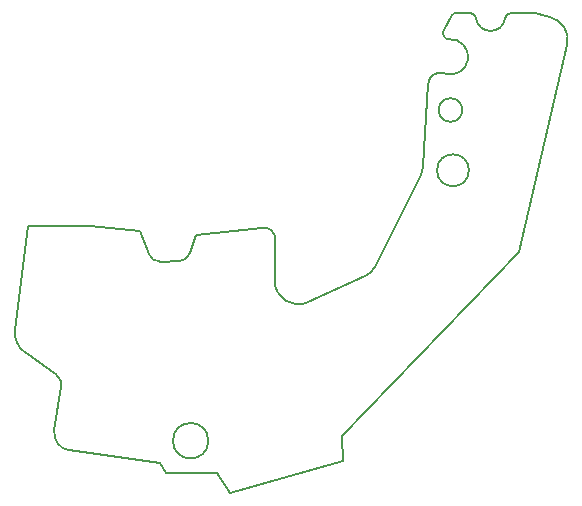
<source format=gbr>
%TF.GenerationSoftware,KiCad,Pcbnew,(7.0.0)*%
%TF.CreationDate,2023-05-27T10:45:59+01:00*%
%TF.ProjectId,left_connectors,6c656674-5f63-46f6-9e6e-6563746f7273,rev?*%
%TF.SameCoordinates,Original*%
%TF.FileFunction,Profile,NP*%
%FSLAX46Y46*%
G04 Gerber Fmt 4.6, Leading zero omitted, Abs format (unit mm)*
G04 Created by KiCad (PCBNEW (7.0.0)) date 2023-05-27 10:45:59*
%MOMM*%
%LPD*%
G01*
G04 APERTURE LIST*
%TA.AperFunction,Profile*%
%ADD10C,0.200000*%
%TD*%
G04 APERTURE END LIST*
D10*
X134819119Y-47989879D02*
G75*
G03*
X134323511Y-47555643I-495619J-65721D01*
G01*
X126358357Y-68927534D02*
X130163468Y-61254979D01*
X134226670Y-60875542D02*
G75*
G03*
X134226670Y-60875542I-1350000J0D01*
G01*
X112164032Y-83770794D02*
G75*
G03*
X112164032Y-83770794I-1500000J0D01*
G01*
X123538729Y-85480510D02*
X114009590Y-88179030D01*
X142552083Y-50291349D02*
G75*
G03*
X141089740Y-47898774I-1948183J452449D01*
G01*
X96929134Y-65571188D02*
X102105534Y-65571188D01*
X137793099Y-47555605D02*
G75*
G03*
X137297444Y-47989873I1J-499995D01*
G01*
X133664032Y-55770794D02*
G75*
G03*
X133664032Y-55770794I-1000000J0D01*
G01*
X99319381Y-78235136D02*
X96610758Y-76273556D01*
X120615349Y-72047399D02*
X125399097Y-69857436D01*
X114009590Y-88179030D02*
X112880294Y-86521048D01*
X108602857Y-86521048D02*
X108048429Y-85650230D01*
X107103803Y-67937392D02*
G75*
G03*
X108054113Y-68600417I941497J336892D01*
G01*
X108054113Y-68600418D02*
X109647911Y-68586402D01*
X99127188Y-82867254D02*
X99719992Y-79204836D01*
X112880294Y-86521048D02*
X108602857Y-86521048D01*
X123464695Y-83391672D02*
X123538729Y-85480510D01*
X110585128Y-67910575D02*
X111132321Y-66313553D01*
X109647911Y-68586390D02*
G75*
G03*
X110585128Y-67910575I-8811J999990D01*
G01*
X132133310Y-52673789D02*
G75*
G03*
X132560174Y-49774395I530690J1402989D01*
G01*
X102105534Y-65571188D02*
X106413455Y-66008347D01*
X99127144Y-82867247D02*
G75*
G03*
X100402422Y-84592784I1480756J-239653D01*
G01*
X95800000Y-74400000D02*
X96929134Y-65571188D01*
X106413455Y-66008347D02*
X107103792Y-67937396D01*
X137793099Y-47555643D02*
X139596289Y-47555643D01*
X133037087Y-47555610D02*
G75*
G03*
X132817240Y-47686619I13J-249990D01*
G01*
X132085858Y-49037545D02*
X132817239Y-47686619D01*
X142552018Y-50291334D02*
X138477665Y-67833646D01*
X130163476Y-61254983D02*
G75*
G03*
X130368173Y-60485293I-1791776J888583D01*
G01*
X139839223Y-47585596D02*
G75*
G03*
X139596289Y-47555643I-242923J-970104D01*
G01*
X132085905Y-49037570D02*
G75*
G03*
X132560174Y-49774393I439695J-238030D01*
G01*
X138477665Y-67833646D02*
X123464695Y-83391672D01*
X111132321Y-66313553D02*
X116738212Y-65723343D01*
X130368174Y-60485293D02*
X130781276Y-53549631D01*
X134819168Y-47989873D02*
G75*
G03*
X137297442Y-47989873I1239137J164426D01*
G01*
X132133309Y-52673790D02*
G75*
G03*
X130781277Y-53549631I-353809J-935310D01*
G01*
X117842703Y-66735072D02*
G75*
G03*
X116738212Y-65723343I-999803J17272D01*
G01*
X133037087Y-47555643D02*
X134323511Y-47555643D01*
X117842765Y-66735073D02*
X117783150Y-70194436D01*
X99719962Y-79204831D02*
G75*
G03*
X99319381Y-78235137I-987062J159831D01*
G01*
X108048429Y-85650230D02*
X100402422Y-84592784D01*
X95800060Y-74400008D02*
G75*
G03*
X96610758Y-76273556I1983740J-253792D01*
G01*
X125399090Y-69857421D02*
G75*
G03*
X126358356Y-68927534I-832490J1818521D01*
G01*
X139839222Y-47585600D02*
X141089740Y-47898774D01*
X117783220Y-70194437D02*
G75*
G03*
X120615349Y-72047399I1999680J-34463D01*
G01*
M02*

</source>
